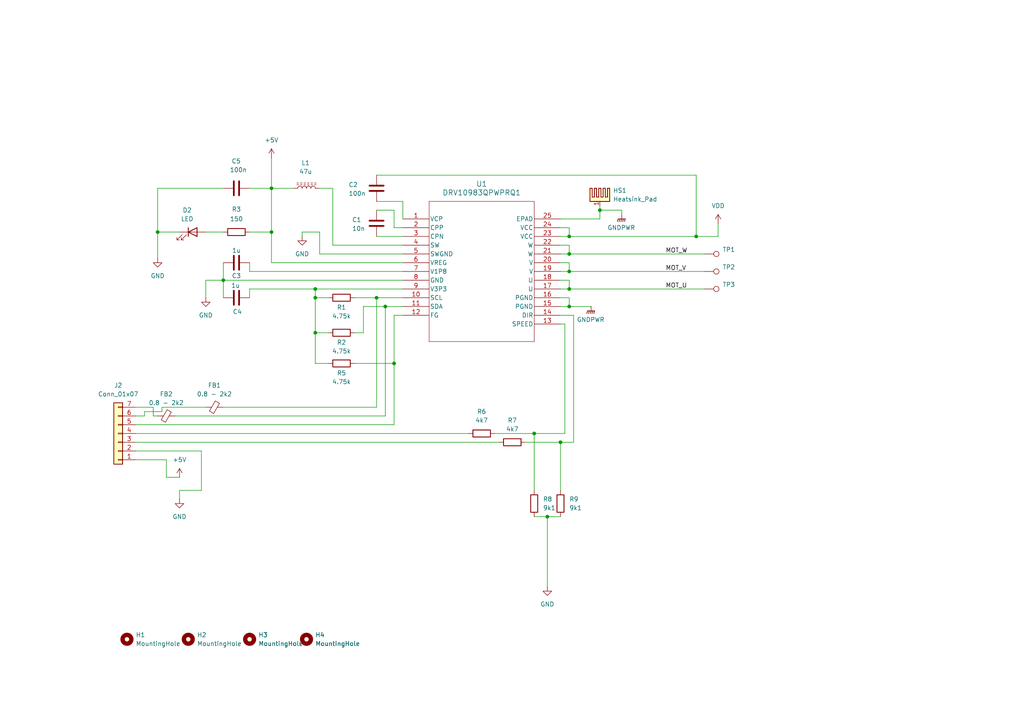
<source format=kicad_sch>
(kicad_sch (version 20231120) (generator "eeschema") (generator_version "8.0")
  (paper "A4")
  (title_block (title "Motor controller"))
  (lib_symbols
    (symbol "Connector:TestPoint" (pin_numbers hide) (pin_names (offset 0.762) hide)
      (property "Reference" "TP" (at 0 6.858 0))
      (property "Value" "TestPoint" (at 0 5.08 0))
      (symbol "TestPoint_0_1"
        (circle (center 0 3.302) (radius 0.762))
      )
      (symbol "TestPoint_1_1"
        (pin passive line (at 0 0 90) (length 2.54) (name "1") (number "1"))
      )
    )
    (symbol "Connector_Generic:Conn_01x07" (pin_names (offset 1.016) hide)
      (property "Reference" "J" (at 0 10.16 0))
      (property "Value" "Conn_01x07" (at 0 -10.16 0))
      (symbol "Conn_01x07_1_1"
        (rectangle (start -1.27 -7.493) (end 0 -7.747) (stroke (width 0.1524)))
        (rectangle (start -1.27 -4.953) (end 0 -5.207) (stroke (width 0.1524)))
        (rectangle (start -1.27 -2.413) (end 0 -2.667) (stroke (width 0.1524)))
        (rectangle (start -1.27 0.127) (end 0 -0.127) (stroke (width 0.1524)))
        (rectangle (start -1.27 2.667) (end 0 2.413) (stroke (width 0.1524)))
        (rectangle (start -1.27 5.207) (end 0 4.953) (stroke (width 0.1524)))
        (rectangle (start -1.27 7.747) (end 0 7.493) (stroke (width 0.1524)))
        (rectangle (start -1.27 8.89) (end 1.27 -8.89) (stroke (width 0.254)) (fill (type background)))
        (pin passive line (at -5.08 7.62 0) (length 3.81) (name "Pin_1") (number "1"))
        (pin passive line (at -5.08 5.08 0) (length 3.81) (name "Pin_2") (number "2"))
        (pin passive line (at -5.08 2.54 0) (length 3.81) (name "Pin_3") (number "3"))
        (pin passive line (at -5.08 0 0) (length 3.81) (name "Pin_4") (number "4"))
        (pin passive line (at -5.08 -2.54 0) (length 3.81) (name "Pin_5") (number "5"))
        (pin passive line (at -5.08 -5.08 0) (length 3.81) (name "Pin_6") (number "6"))
        (pin passive line (at -5.08 -7.62 0) (length 3.81) (name "Pin_7") (number "7"))
      )
    )
    (symbol "DRV 10893 - Q1:DRV10983QPWPRQ1" (pin_names (offset 0.254))
      (property "Reference" "U" (at 22.86 10.16 0))
      (property "Value" "DRV10983QPWPRQ1" (at 22.86 7.62 0))
      (symbol "DRV10983QPWPRQ1_0_1"
        (polyline (pts (xy 7.62 -35.56) (xy 38.1 -35.56)) (stroke (width 0.127)))
        (polyline (pts (xy 7.62 5.08) (xy 7.62 -35.56)) (stroke (width 0.127)))
        (polyline (pts (xy 38.1 -35.56) (xy 38.1 5.08)) (stroke (width 0.127)))
        (polyline (pts (xy 38.1 5.08) (xy 7.62 5.08)) (stroke (width 0.127)))
        (pin power_in line (at 0 0 0) (length 7.62) (name "VCP") (number "1"))
        (pin input line (at 0 -22.86 0) (length 7.62) (name "SCL") (number "10"))
        (pin bidirectional line (at 0 -25.4 0) (length 7.62) (name "SDA") (number "11"))
        (pin output line (at 0 -27.94 0) (length 7.62) (name "FG") (number "12"))
        (pin input line (at 45.72 -30.48 180) (length 7.62) (name "SPEED") (number "13"))
        (pin input line (at 45.72 -27.94 180) (length 7.62) (name "DIR") (number "14"))
        (pin power_in line (at 45.72 -25.4 180) (length 7.62) (name "PGND") (number "15"))
        (pin power_in line (at 45.72 -22.86 180) (length 7.62) (name "PGND") (number "16"))
        (pin output line (at 45.72 -20.32 180) (length 7.62) (name "U") (number "17"))
        (pin output line (at 45.72 -17.78 180) (length 7.62) (name "U") (number "18"))
        (pin output line (at 45.72 -15.24 180) (length 7.62) (name "V") (number "19"))
        (pin power_in line (at 0 -2.54 0) (length 7.62) (name "CPP") (number "2"))
        (pin output line (at 45.72 -12.7 180) (length 7.62) (name "V") (number "20"))
        (pin output line (at 45.72 -10.16 180) (length 7.62) (name "W") (number "21"))
        (pin output line (at 45.72 -7.62 180) (length 7.62) (name "W") (number "22"))
        (pin power_in line (at 45.72 -5.08 180) (length 7.62) (name "VCC") (number "23"))
        (pin power_in line (at 45.72 -2.54 180) (length 7.62) (name "VCC") (number "24"))
        (pin unspecified line (at 45.72 0 180) (length 7.62) (name "EPAD") (number "25"))
        (pin power_in line (at 0 -5.08 0) (length 7.62) (name "CPN") (number "3"))
        (pin output line (at 0 -7.62 0) (length 7.62) (name "SW") (number "4"))
        (pin power_in line (at 0 -10.16 0) (length 7.62) (name "SWGND") (number "5"))
        (pin power_in line (at 0 -12.7 0) (length 7.62) (name "VREG") (number "6"))
        (pin power_in line (at 0 -15.24 0) (length 7.62) (name "V1P8") (number "7"))
        (pin power_in line (at 0 -17.78 0) (length 7.62) (name "GND") (number "8"))
        (pin power_in line (at 0 -20.32 0) (length 7.62) (name "V3P3") (number "9"))
      )
    )
    (symbol "Device:C" (pin_numbers hide) (pin_names (offset 0.254))
      (property "Reference" "C" (at 0.635 2.54 0))
      (property "Value" "C" (at 0.635 -2.54 0))
      (symbol "C_0_1"
        (polyline (pts (xy -2.032 -0.762) (xy 2.032 -0.762)) (stroke (width 0.508)))
        (polyline (pts (xy -2.032 0.762) (xy 2.032 0.762)) (stroke (width 0.508)))
      )
      (symbol "C_1_1"
        (pin passive line (at 0 3.81 270) (length 2.794) (name "~") (number "1"))
        (pin passive line (at 0 -3.81 90) (length 2.794) (name "~") (number "2"))
      )
    )
    (symbol "Device:FerriteBead_Small" (pin_numbers hide) (pin_names (offset 0))
      (property "Reference" "FB" (at 1.905 1.27 0))
      (property "Value" "FerriteBead_Small" (at 1.905 -1.27 0))
      (symbol "FerriteBead_Small_0_1"
        (polyline (pts (xy 0 -1.27) (xy 0 -0.7874)))
        (polyline (pts (xy 0 0.889) (xy 0 1.2954)))
        (polyline (pts (xy -1.8288 0.2794) (xy -1.1176 1.4986) (xy 1.8288 -0.2032) (xy 1.1176 -1.4224) (xy -1.8288 0.2794)))
      )
      (symbol "FerriteBead_Small_1_1"
        (pin passive line (at 0 2.54 270) (length 1.27) (name "~") (number "1"))
        (pin passive line (at 0 -2.54 90) (length 1.27) (name "~") (number "2"))
      )
    )
    (symbol "Device:LED" (pin_numbers hide) (pin_names (offset 1.016) hide)
      (property "Reference" "D" (at 0 2.54 0))
      (property "Value" "LED" (at 0 -2.54 0))
      (symbol "LED_0_1"
        (polyline (pts (xy -1.27 -1.27) (xy -1.27 1.27)) (stroke (width 0.254)))
        (polyline (pts (xy -1.27 0) (xy 1.27 0)))
        (polyline (pts (xy 1.27 -1.27) (xy 1.27 1.27) (xy -1.27 0) (xy 1.27 -1.27)) (stroke (width 0.254)))
        (polyline (pts (xy -3.048 -0.762) (xy -4.572 -2.286) (xy -3.81 -2.286) (xy -4.572 -2.286) (xy -4.572 -1.524)))
        (polyline (pts (xy -1.778 -0.762) (xy -3.302 -2.286) (xy -2.54 -2.286) (xy -3.302 -2.286) (xy -3.302 -1.524)))
      )
      (symbol "LED_1_1"
        (pin passive line (at -3.81 0 0) (length 2.54) (name "K") (number "1"))
        (pin passive line (at 3.81 0 180) (length 2.54) (name "A") (number "2"))
      )
    )
    (symbol "Device:L_Ferrite" (pin_numbers hide) (pin_names (offset 1.016) hide)
      (property "Reference" "L" (at -1.27 0 90))
      (property "Value" "L_Ferrite" (at 2.794 0 90))
      (symbol "L_Ferrite_0_1"
        (arc (start 0 -2.54) (mid 0.6323 -1.905) (end 0 -1.27))
        (arc (start 0 -1.27) (mid 0.6323 -0.635) (end 0 0))
        (polyline (pts (xy 1.016 -2.794) (xy 1.016 -2.286)))
        (polyline (pts (xy 1.016 -1.778) (xy 1.016 -1.27)))
        (polyline (pts (xy 1.016 -0.762) (xy 1.016 -0.254)))
        (polyline (pts (xy 1.016 0.254) (xy 1.016 0.762)))
        (polyline (pts (xy 1.016 1.27) (xy 1.016 1.778)))
        (polyline (pts (xy 1.016 2.286) (xy 1.016 2.794)))
        (polyline (pts (xy 1.524 -2.286) (xy 1.524 -2.794)))
        (polyline (pts (xy 1.524 -1.27) (xy 1.524 -1.778)))
        (polyline (pts (xy 1.524 -0.254) (xy 1.524 -0.762)))
        (polyline (pts (xy 1.524 0.762) (xy 1.524 0.254)))
        (polyline (pts (xy 1.524 1.778) (xy 1.524 1.27)))
        (polyline (pts (xy 1.524 2.794) (xy 1.524 2.286)))
        (arc (start 0 0) (mid 0.6323 0.635) (end 0 1.27))
        (arc (start 0 1.27) (mid 0.6323 1.905) (end 0 2.54))
      )
      (symbol "L_Ferrite_1_1"
        (pin passive line (at 0 3.81 270) (length 1.27) (name "1") (number "1"))
        (pin passive line (at 0 -3.81 90) (length 1.27) (name "2") (number "2"))
      )
    )
    (symbol "Device:R" (pin_numbers hide) (pin_names (offset 0))
      (property "Reference" "R" (at 2.032 0 90))
      (property "Value" "R" (at 0 0 90))
      (symbol "R_0_1"
        (rectangle (start -1.016 -2.54) (end 1.016 2.54) (stroke (width 0.254)))
      )
      (symbol "R_1_1"
        (pin passive line (at 0 3.81 270) (length 1.27) (name "~") (number "1"))
        (pin passive line (at 0 -3.81 90) (length 1.27) (name "~") (number "2"))
      )
    )
    (symbol "Mechanical:Heatsink_Pad" (pin_names (offset 0)) (exclude_from_sim yes)
      (property "Reference" "HS" (at 0 5.715 0))
      (property "Value" "Heatsink_Pad" (at 0 3.81 0))
      (symbol "Heatsink_Pad_0_1"
        (polyline (pts (xy -0.3302 0) (xy -0.9652 0) (xy -0.9652 2.54) (xy -1.6002 2.54) (xy -1.6002 0) (xy -2.2352 0) (xy -2.2352 2.54) (xy -2.8702 2.54) (xy -2.8702 -1.27) (xy -0.9652 -1.27)) (stroke (width 0.254)) (fill (type background)))
        (polyline (pts (xy -0.3302 0) (xy -0.3302 2.54) (xy 0.3048 2.54) (xy 0.3048 0) (xy 0.9398 0) (xy 0.9398 2.54) (xy 1.5748 2.54) (xy 1.5748 0) (xy 2.2098 0) (xy 2.2098 2.54) (xy 2.8448 2.54) (xy 2.8448 -1.27) (xy -0.9652 -1.27)) (stroke (width 0.254)) (fill (type background)))
      )
      (symbol "Heatsink_Pad_1_1"
        (pin passive line (at 0 -2.54 90) (length 1.27) (name "~") (number "1"))
      )
    )
    (symbol "Mechanical:MountingHole" (pin_names (offset 1.016)) (exclude_from_sim yes) (in_bom no)
      (property "Reference" "H" (at 0 5.08 0))
      (property "Value" "MountingHole" (at 0 3.175 0))
      (symbol "MountingHole_0_1"
        (circle (center 0 0) (radius 1.27) (stroke (width 1.27)))
      )
    )
    (symbol "power:+5V" (power) (pin_numbers hide) (pin_names (offset 0) hide)
      (property "Value" "+5V" (at 0 3.556 0))
      (symbol "+5V_0_1"
        (polyline (pts (xy -0.762 1.27) (xy 0 2.54)))
        (polyline (pts (xy 0 0) (xy 0 2.54)))
        (polyline (pts (xy 0 2.54) (xy 0.762 1.27)))
      )
      (symbol "+5V_1_1"
        (pin power_in line (at 0 0 90) (length 0) (name "~") (number "1"))
      )
    )
    (symbol "power:GND" (power) (pin_numbers hide) (pin_names (offset 0) hide)
      (property "Value" "GND" (at 0 -3.81 0))
      (symbol "GND_0_1"
        (polyline (pts (xy 0 0) (xy 0 -1.27) (xy 1.27 -1.27) (xy 0 -2.54) (xy -1.27 -1.27) (xy 0 -1.27)))
      )
      (symbol "GND_1_1"
        (pin power_in line (at 0 0 270) (length 0) (name "~") (number "1"))
      )
    )
    (symbol "power:GNDPWR" (power) (pin_numbers hide) (pin_names (offset 0) hide)
      (property "Value" "GNDPWR" (at 0 -3.302 0))
      (symbol "GNDPWR_0_1"
        (polyline (pts (xy 0 -1.27) (xy 0 0)))
        (polyline (pts (xy -1.016 -1.27) (xy -1.27 -2.032) (xy -1.27 -2.032)) (stroke (width 0.2032)))
        (polyline (pts (xy -0.508 -1.27) (xy -0.762 -2.032) (xy -0.762 -2.032)) (stroke (width 0.2032)))
        (polyline (pts (xy 0 -1.27) (xy -0.254 -2.032) (xy -0.254 -2.032)) (stroke (width 0.2032)))
        (polyline (pts (xy 0.508 -1.27) (xy 0.254 -2.032) (xy 0.254 -2.032)) (stroke (width 0.2032)))
        (polyline (pts (xy 1.016 -1.27) (xy -1.016 -1.27) (xy -1.016 -1.27)) (stroke (width 0.2032)))
        (polyline (pts (xy 1.016 -1.27) (xy 0.762 -2.032) (xy 0.762 -2.032) (xy 0.762 -2.032)) (stroke (width 0.2032)))
      )
      (symbol "GNDPWR_1_1"
        (pin power_in line (at 0 0 270) (length 0) (name "~") (number "1"))
      )
    )
    (symbol "power:VDD" (power) (pin_numbers hide) (pin_names (offset 0) hide)
      (property "Value" "VDD" (at 0 3.556 0))
      (symbol "VDD_0_1"
        (polyline (pts (xy -0.762 1.27) (xy 0 2.54)))
        (polyline (pts (xy 0 0) (xy 0 2.54)))
        (polyline (pts (xy 0 2.54) (xy 0.762 1.27)))
      )
      (symbol "VDD_1_1"
        (pin power_in line (at 0 0 90) (length 0) (name "~") (number "1"))
      )
    )
  )
  (junction (at 154.94 125.73))
  (junction (at 78.74 54.61))
  (junction (at 165.1 83.82))
  (junction (at 64.77 81.28))
  (junction (at 165.1 68.58))
  (junction (at 173.99 60.96))
  (junction (at 45.72 67.31))
  (junction (at 162.56 128.27))
  (junction (at 109.22 86.36))
  (junction (at 91.44 96.52))
  (junction (at 91.44 83.82))
  (junction (at 165.1 88.9))
  (junction (at 201.93 68.58))
  (junction (at 91.44 86.36))
  (junction (at 165.1 78.74))
  (junction (at 165.1 73.66))
  (junction (at 111.76 88.9))
  (junction (at 158.75 149.86))
  (junction (at 114.3 105.41))
  (junction (at 78.74 67.31))
  (wire (pts (xy 109.22 86.36) (xy 109.22 118.11)))
  (wire (pts (xy 162.56 78.74) (xy 165.1 78.74)))
  (wire (pts (xy 114.3 66.04) (xy 116.84 66.04)))
  (wire (pts (xy 72.39 83.82) (xy 91.44 83.82)))
  (wire (pts (xy 102.87 96.52) (xy 105.41 96.52)))
  (wire (pts (xy 45.72 54.61) (xy 64.77 54.61)))
  (wire (pts (xy 154.94 125.73) (xy 163.83 125.73)))
  (wire (pts (xy 166.37 91.44) (xy 166.37 128.27)))
  (wire (pts (xy 59.69 118.11) (xy 46.99 118.11)))
  (wire (pts (xy 45.72 54.61) (xy 45.72 67.31)))
  (wire (pts (xy 72.39 78.74) (xy 72.39 76.2)))
  (wire (pts (xy 96.52 54.61) (xy 92.71 54.61)))
  (wire (pts (xy 162.56 66.04) (xy 165.1 66.04)))
  (wire (pts (xy 105.41 88.9) (xy 111.76 88.9)))
  (wire (pts (xy 48.26 138.43) (xy 52.07 138.43)))
  (wire (pts (xy 45.72 67.31) (xy 52.07 67.31)))
  (wire (pts (xy 64.77 76.2) (xy 64.77 81.28)))
  (wire (pts (xy 154.94 125.73) (xy 154.94 142.24)))
  (wire (pts (xy 91.44 83.82) (xy 116.84 83.82)))
  (wire (pts (xy 165.1 68.58) (xy 162.56 68.58)))
  (wire (pts (xy 208.28 64.77) (xy 208.28 68.58)))
  (wire (pts (xy 44.45 118.11) (xy 39.37 118.11)))
  (wire (pts (xy 78.74 54.61) (xy 85.09 54.61)))
  (wire (pts (xy 163.83 93.98) (xy 163.83 125.73)))
  (wire (pts (xy 162.56 71.12) (xy 165.1 71.12)))
  (wire (pts (xy 39.37 128.27) (xy 144.78 128.27)))
  (wire (pts (xy 162.56 73.66) (xy 165.1 73.66)))
  (wire (pts (xy 78.74 67.31) (xy 78.74 76.2)))
  (wire (pts (xy 116.84 86.36) (xy 109.22 86.36)))
  (wire (pts (xy 59.69 81.28) (xy 64.77 81.28)))
  (wire (pts (xy 116.84 91.44) (xy 114.3 91.44)))
  (wire (pts (xy 180.34 60.96) (xy 180.34 62.23)))
  (wire (pts (xy 162.56 81.28) (xy 165.1 81.28)))
  (wire (pts (xy 102.87 86.36) (xy 109.22 86.36)))
  (wire (pts (xy 109.22 68.58) (xy 116.84 68.58)))
  (wire (pts (xy 162.56 63.5) (xy 173.99 63.5)))
  (wire (pts (xy 59.69 67.31) (xy 64.77 67.31)))
  (wire (pts (xy 105.41 96.52) (xy 105.41 88.9)))
  (wire (pts (xy 72.39 67.31) (xy 78.74 67.31)))
  (wire (pts (xy 39.37 123.19) (xy 114.3 123.19)))
  (wire (pts (xy 44.45 120.65) (xy 44.45 118.11)))
  (wire (pts (xy 116.84 78.74) (xy 72.39 78.74)))
  (wire (pts (xy 102.87 105.41) (xy 114.3 105.41)))
  (wire (pts (xy 41.91 120.65) (xy 39.37 120.65)))
  (wire (pts (xy 165.1 86.36) (xy 165.1 88.9)))
  (wire (pts (xy 165.1 73.66) (xy 204.47 73.66)))
  (wire (pts (xy 173.99 63.5) (xy 173.99 60.96)))
  (wire (pts (xy 165.1 81.28) (xy 165.1 83.82)))
  (wire (pts (xy 165.1 76.2) (xy 165.1 78.74)))
  (wire (pts (xy 162.56 88.9) (xy 165.1 88.9)))
  (wire (pts (xy 154.94 149.86) (xy 158.75 149.86)))
  (wire (pts (xy 116.84 58.42) (xy 109.22 58.42)))
  (wire (pts (xy 96.52 71.12) (xy 116.84 71.12)))
  (wire (pts (xy 165.1 66.04) (xy 165.1 68.58)))
  (wire (pts (xy 45.72 67.31) (xy 45.72 74.93)))
  (wire (pts (xy 158.75 149.86) (xy 158.75 170.18)))
  (wire (pts (xy 162.56 76.2) (xy 165.1 76.2)))
  (wire (pts (xy 173.99 59.69) (xy 173.99 60.96)))
  (wire (pts (xy 41.91 119.38) (xy 41.91 120.65)))
  (wire (pts (xy 152.4 128.27) (xy 162.56 128.27)))
  (wire (pts (xy 87.63 67.31) (xy 87.63 68.58)))
  (wire (pts (xy 116.84 63.5) (xy 116.84 58.42)))
  (wire (pts (xy 78.74 54.61) (xy 78.74 67.31)))
  (wire (pts (xy 91.44 105.41) (xy 91.44 96.52)))
  (wire (pts (xy 162.56 149.86) (xy 158.75 149.86)))
  (wire (pts (xy 116.84 76.2) (xy 78.74 76.2)))
  (wire (pts (xy 39.37 130.81) (xy 58.42 130.81)))
  (wire (pts (xy 59.69 81.28) (xy 59.69 86.36)))
  (wire (pts (xy 162.56 128.27) (xy 166.37 128.27)))
  (wire (pts (xy 96.52 54.61) (xy 96.52 71.12)))
  (wire (pts (xy 52.07 144.78) (xy 52.07 142.24)))
  (wire (pts (xy 52.07 142.24) (xy 58.42 142.24)))
  (wire (pts (xy 114.3 60.96) (xy 109.22 60.96)))
  (wire (pts (xy 165.1 68.58) (xy 201.93 68.58)))
  (wire (pts (xy 92.71 73.66) (xy 92.71 67.31)))
  (wire (pts (xy 58.42 142.24) (xy 58.42 130.81)))
  (wire (pts (xy 143.51 125.73) (xy 154.94 125.73)))
  (wire (pts (xy 165.1 88.9) (xy 171.45 88.9)))
  (wire (pts (xy 114.3 91.44) (xy 114.3 105.41)))
  (wire (pts (xy 162.56 86.36) (xy 165.1 86.36)))
  (wire (pts (xy 91.44 86.36) (xy 91.44 96.52)))
  (wire (pts (xy 114.3 60.96) (xy 114.3 66.04)))
  (wire (pts (xy 162.56 128.27) (xy 162.56 142.24)))
  (wire (pts (xy 46.99 118.11) (xy 46.99 119.38)))
  (wire (pts (xy 111.76 88.9) (xy 116.84 88.9)))
  (wire (pts (xy 64.77 81.28) (xy 64.77 86.36)))
  (wire (pts (xy 165.1 83.82) (xy 204.47 83.82)))
  (wire (pts (xy 39.37 133.35) (xy 48.26 133.35)))
  (wire (pts (xy 201.93 50.8) (xy 201.93 68.58)))
  (wire (pts (xy 91.44 96.52) (xy 95.25 96.52)))
  (wire (pts (xy 39.37 125.73) (xy 135.89 125.73)))
  (wire (pts (xy 91.44 83.82) (xy 91.44 86.36)))
  (wire (pts (xy 50.8 120.65) (xy 111.76 120.65)))
  (wire (pts (xy 95.25 105.41) (xy 91.44 105.41)))
  (wire (pts (xy 208.28 68.58) (xy 201.93 68.58)))
  (wire (pts (xy 165.1 71.12) (xy 165.1 73.66)))
  (wire (pts (xy 91.44 86.36) (xy 95.25 86.36)))
  (wire (pts (xy 116.84 81.28) (xy 64.77 81.28)))
  (wire (pts (xy 45.72 120.65) (xy 44.45 120.65)))
  (wire (pts (xy 114.3 105.41) (xy 114.3 123.19)))
  (wire (pts (xy 92.71 67.31) (xy 87.63 67.31)))
  (wire (pts (xy 78.74 45.72) (xy 78.74 54.61)))
  (wire (pts (xy 166.37 91.44) (xy 162.56 91.44)))
  (wire (pts (xy 46.99 119.38) (xy 41.91 119.38)))
  (wire (pts (xy 48.26 133.35) (xy 48.26 138.43)))
  (wire (pts (xy 165.1 78.74) (xy 204.47 78.74)))
  (wire (pts (xy 162.56 83.82) (xy 165.1 83.82)))
  (wire (pts (xy 72.39 83.82) (xy 72.39 86.36)))
  (wire (pts (xy 180.34 60.96) (xy 173.99 60.96)))
  (wire (pts (xy 111.76 120.65) (xy 111.76 88.9)))
  (wire (pts (xy 64.77 118.11) (xy 109.22 118.11)))
  (wire (pts (xy 72.39 54.61) (xy 78.74 54.61)))
  (wire (pts (xy 109.22 50.8) (xy 201.93 50.8)))
  (wire (pts (xy 92.71 73.66) (xy 116.84 73.66)))
  (wire (pts (xy 162.56 93.98) (xy 163.83 93.98)))
  (label "MOT_V" (at 193.04 78.74 0))
  (label "MOT_U" (at 193.04 83.82 0))
  (label "MOT_W" (at 193.04 73.66 0))
  (symbol (lib_id "Mechanical:MountingHole") (at 54.61 185.42 0) (unit 1) (exclude_from_sim yes) (in_bom no)
    (property "Reference" "H2" (at 57.15 184.1499 0) (effects (justify left)))
    (property "Value" "MountingHole" (at 57.15 186.6899 0) (effects (justify left)))
    (property "Footprint" "MountingHole:MountingHole_2.7mm_Pad" (effects (hide yes)))
    (property "Description" "Mounting Hole without connection" (effects (hide yes)))
  )
  (symbol (lib_id "Connector:TestPoint") (at 204.47 78.74 270) (unit 1)
    (property "Reference" "TP2" (at 209.55 77.4699 90) (effects (justify left)))
    (property "Value" "TestPoint" (effects (hide yes)))
    (property "Footprint" "TestPoint:TestPoint_Pad_3.0x3.0mm" (effects (hide yes)))
    (property "Description" "test point" (effects (hide yes)))
  )
  (symbol (lib_id "Device:C") (at 68.58 86.36 90) (unit 1)
    (property "Reference" "C4" (at 68.834 90.424 90))
    (property "Value" "1u" (at 68.326 82.804 90))
    (property "Footprint" "Capacitor_SMD:C_0603_1608Metric" (effects (hide yes)))
    (property "Description" "Unpolarized capacitor" (effects (hide yes)))
  )
  (symbol (lib_id "Device:L_Ferrite") (at 88.9 54.61 90) (unit 1)
    (property "Reference" "L1" (at 88.646 47.244 90))
    (property "Value" "47u" (at 88.646 49.784 90))
    (property "Footprint" "VLS6045EX-470M:IND_VLS6045EX-470M" (effects (hide yes)))
    (property "Description" "Inductor with ferrite core" (effects (hide yes)))
  )
  (symbol (lib_id "Device:R") (at 139.7 125.73 90) (unit 1)
    (property "Reference" "R6" (at 139.7 119.38 90))
    (property "Value" "4k7" (at 139.7 121.92 90))
    (property "Footprint" "Resistor_SMD:R_0603_1608Metric" (effects (hide yes)))
    (property "Description" "Resistor" (effects (hide yes)))
  )
  (symbol (lib_id "Device:FerriteBead_Small") (at 48.26 120.65 90) (unit 1)
    (property "Reference" "FB2" (at 48.2219 114.3 90))
    (property "Value" "0.8 - 2k2" (at 48.2219 116.84 90))
    (property "Footprint" "Inductor_SMD:L_0603_1608Metric" (effects (hide yes)))
    (property "Description" "Ferrite bead, small symbol" (effects (hide yes)))
  )
  (symbol (lib_id "Device:R") (at 148.59 128.27 90) (unit 1)
    (property "Reference" "R7" (at 148.59 121.92 90))
    (property "Value" "4k7" (at 148.59 124.46 90))
    (property "Footprint" "Resistor_SMD:R_0603_1608Metric" (effects (hide yes)))
    (property "Description" "Resistor" (effects (hide yes)))
  )
  (symbol (lib_id "Device:LED") (at 55.88 67.31 0) (unit 1)
    (property "Reference" "D2" (at 54.2925 60.96 0))
    (property "Value" "LED" (at 54.2925 63.5 0))
    (property "Footprint" "LED_SMD:LED_0603_1608Metric" (effects (hide yes)))
    (property "Description" "Light emitting diode" (effects (hide yes)))
  )
  (symbol (lib_id "Mechanical:MountingHole") (at 72.39 185.42 0) (unit 1) (exclude_from_sim yes) (in_bom no)
    (property "Reference" "H3" (at 74.93 184.1499 0) (effects (justify left)))
    (property "Value" "MountingHole" (at 74.93 186.6899 0) (effects (justify left)))
    (property "Footprint" "MountingHole:MountingHole_2.7mm_Pad" (effects (hide yes)))
    (property "Description" "Mounting Hole without connection" (effects (hide yes)))
  )
  (symbol (lib_id "Device:R") (at 99.06 86.36 90) (unit 1)
    (property "Reference" "R1" (at 99.06 89.154 90))
    (property "Value" "4.75k" (at 99.06 91.694 90))
    (property "Footprint" "Resistor_SMD:R_0603_1608Metric" (effects (hide yes)))
    (property "Description" "Resistor" (effects (hide yes)))
  )
  (symbol (lib_id "Device:R") (at 68.58 67.31 90) (unit 1)
    (property "Reference" "R3" (at 68.58 60.706 90))
    (property "Value" "150" (at 68.58 63.5 90))
    (property "Footprint" "Resistor_SMD:R_0603_1608Metric" (effects (hide yes)))
    (property "Description" "Resistor" (effects (hide yes)))
  )
  (symbol (lib_id "power:GND") (at 52.07 144.78 0) (unit 1)
    (property "Reference" "#PWR06" (effects (hide yes)))
    (property "Value" "GND" (at 52.07 149.86 0))
    (property "Description" "Power symbol creates a global label with name \"GND\" , ground" (effects (hide yes)))
  )
  (symbol (lib_id "power:GNDPWR") (at 180.34 62.23 0) (unit 1)
    (property "Reference" "#PWR010" (effects (hide yes)))
    (property "Value" "GNDPWR" (at 180.213 66.04 0))
    (property "Description" "Power symbol creates a global label with name \"GNDPWR\" , global ground" (effects (hide yes)))
  )
  (symbol (lib_id "Device:R") (at 162.56 146.05 180) (unit 1)
    (property "Reference" "R9" (at 165.1 144.7799 0) (effects (justify right)))
    (property "Value" "9k1" (at 165.1 147.3199 0) (effects (justify right)))
    (property "Footprint" "Resistor_SMD:R_0603_1608Metric" (effects (hide yes)))
    (property "Description" "Resistor" (effects (hide yes)))
  )
  (symbol (lib_id "Mechanical:Heatsink_Pad") (at 173.99 57.15 0) (unit 1) (exclude_from_sim yes)
    (property "Reference" "HS1" (at 177.8 55.2449 0) (effects (justify left)))
    (property "Value" "Heatsink_Pad" (at 177.8 57.7849 0) (effects (justify left)))
    (property "Footprint" "TestPoint:TestPoint_Pad_4.0x4.0mm" (effects (hide yes)))
    (property "Description" "Heatsink with electrical connection, 1 pin" (effects (hide yes)))
  )
  (symbol (lib_id "Device:C") (at 68.58 76.2 90) (unit 1)
    (property "Reference" "C3" (at 68.58 80.01 90))
    (property "Value" "1u" (at 68.58 72.644 90))
    (property "Footprint" "Capacitor_SMD:C_0603_1608Metric" (effects (hide yes)))
    (property "Description" "Unpolarized capacitor" (effects (hide yes)))
  )
  (symbol (lib_id "Device:R") (at 99.06 96.52 90) (unit 1)
    (property "Reference" "R2" (at 99.06 99.314 90))
    (property "Value" "4.75k" (at 99.06 101.854 90))
    (property "Footprint" "Resistor_SMD:R_0603_1608Metric" (effects (hide yes)))
    (property "Description" "Resistor" (effects (hide yes)))
  )
  (symbol (lib_id "Device:R") (at 99.06 105.41 90) (unit 1)
    (property "Reference" "R5" (at 99.06 108.204 90))
    (property "Value" "4.75k" (at 99.06 110.744 90))
    (property "Footprint" "Resistor_SMD:R_0603_1608Metric" (effects (hide yes)))
    (property "Description" "Resistor" (effects (hide yes)))
  )
  (symbol (lib_id "Mechanical:MountingHole") (at 36.83 185.42 0) (unit 1) (exclude_from_sim yes) (in_bom no)
    (property "Reference" "H1" (at 39.37 184.1499 0) (effects (justify left)))
    (property "Value" "MountingHole" (at 39.37 186.6899 0) (effects (justify left)))
    (property "Footprint" "MountingHole:MountingHole_2.7mm_Pad" (effects (hide yes)))
    (property "Description" "Mounting Hole without connection" (effects (hide yes)))
  )
  (symbol (lib_id "power:VDD") (at 208.28 64.77 0) (unit 1)
    (property "Reference" "#PWR013" (effects (hide yes)))
    (property "Value" "VDD" (at 208.28 59.69 0))
    (property "Description" "Power symbol creates a global label with name \"VDD\"" (effects (hide yes)))
  )
  (symbol (lib_id "DRV 10893 - Q1:DRV10983QPWPRQ1") (at 116.84 63.5 0) (unit 1)
    (property "Reference" "U1" (at 139.7 53.34 0) (effects (font (size 1.524 1.524))))
    (property "Value" "DRV10983QPWPRQ1" (at 139.7 55.88 0) (effects (font (size 1.524 1.524))))
    (property "Footprint" "DRV 10893 - Q1:PWP24_2P4X5P16_TEX" (effects (hide yes)))
    (property "Datasheet" "DRV10983QPWPRQ1" (effects (hide yes)))
  )
  (symbol (lib_id "Device:C") (at 109.22 64.77 0) (unit 1)
    (property "Reference" "C1" (at 102.108 63.754 0) (effects (justify left)))
    (property "Value" "10n" (at 102.108 66.294 0) (effects (justify left)))
    (property "Footprint" "Capacitor_SMD:C_0603_1608Metric" (effects (hide yes)))
    (property "Description" "Unpolarized capacitor" (effects (hide yes)))
  )
  (symbol (lib_id "Device:C") (at 109.22 54.61 0) (unit 1)
    (property "Reference" "C2" (at 101.092 53.594 0) (effects (justify left)))
    (property "Value" "100n" (at 101.092 56.134 0) (effects (justify left)))
    (property "Footprint" "Capacitor_SMD:C_0603_1608Metric" (effects (hide yes)))
    (property "Description" "Unpolarized capacitor" (effects (hide yes)))
  )
  (symbol (lib_id "power:GNDPWR") (at 171.45 88.9 0) (unit 1)
    (property "Reference" "#PWR01" (effects (hide yes)))
    (property "Value" "GNDPWR" (at 171.323 92.71 0))
    (property "Description" "Power symbol creates a global label with name \"GNDPWR\" , global ground" (effects (hide yes)))
  )
  (symbol (lib_id "Device:C") (at 68.58 54.61 90) (unit 1)
    (property "Reference" "C5" (at 69.85 46.736 90) (effects (justify left)))
    (property "Value" "100n" (at 71.628 49.276 90) (effects (justify left)))
    (property "Footprint" "Capacitor_SMD:C_0603_1608Metric" (effects (hide yes)))
    (property "Description" "Unpolarized capacitor" (effects (hide yes)))
  )
  (symbol (lib_id "power:GND") (at 158.75 170.18 0) (unit 1)
    (property "Reference" "#PWR03" (effects (hide yes)))
    (property "Value" "GND" (at 158.75 175.26 0))
    (property "Description" "Power symbol creates a global label with name \"GND\" , ground" (effects (hide yes)))
  )
  (symbol (lib_id "Connector:TestPoint") (at 204.47 83.82 270) (unit 1)
    (property "Reference" "TP3" (at 209.55 82.5499 90) (effects (justify left)))
    (property "Value" "TestPoint" (effects (hide yes)))
    (property "Footprint" "TestPoint:TestPoint_Pad_3.0x3.0mm" (effects (hide yes)))
    (property "Description" "test point" (effects (hide yes)))
  )
  (symbol (lib_id "power:+5V") (at 78.74 45.72 0) (unit 1)
    (property "Reference" "#PWR011" (effects (hide yes)))
    (property "Value" "+5V" (at 78.74 40.64 0))
    (property "Description" "Power symbol creates a global label with name \"+5V\"" (effects (hide yes)))
  )
  (symbol (lib_id "Mechanical:MountingHole") (at 88.9 185.42 0) (unit 1) (exclude_from_sim yes) (in_bom no)
    (property "Reference" "H4" (at 91.44 184.1499 0) (effects (justify left)))
    (property "Value" "MountingHole" (at 91.44 186.6899 0) (effects (justify left)))
    (property "Footprint" "MountingHole:MountingHole_2.7mm_Pad" (effects (hide yes)))
    (property "Description" "Mounting Hole without connection" (effects (hide yes)))
  )
  (symbol (lib_id "Device:FerriteBead_Small") (at 62.23 118.11 90) (unit 1)
    (property "Reference" "FB1" (at 62.1919 111.76 90))
    (property "Value" "0.8 - 2k2" (at 62.1919 114.3 90))
    (property "Footprint" "Inductor_SMD:L_0603_1608Metric" (effects (hide yes)))
    (property "Description" "Ferrite bead, small symbol" (effects (hide yes)))
  )
  (symbol (lib_id "Connector_Generic:Conn_01x07") (at 34.29 125.73 180) (unit 1)
    (property "Reference" "J2" (at 34.29 111.76 0))
    (property "Value" "Conn_01x07" (at 34.29 114.3 0))
    (property "Footprint" "Connector_JST:JST_PH_S7B-PH-K_1x07_P2.00mm_Horizontal" (effects (hide yes)))
    (property "Description" "Generic connector, single row, 01x07, script generated (kicad-library-utils/schlib/autogen/connector/)" (effects (hide yes)))
  )
  (symbol (lib_id "power:GND") (at 59.69 86.36 0) (unit 1)
    (property "Reference" "#PWR02" (effects (hide yes)))
    (property "Value" "GND" (at 59.69 91.44 0))
    (property "Description" "Power symbol creates a global label with name \"GND\" , ground" (effects (hide yes)))
  )
  (symbol (lib_id "Connector:TestPoint") (at 204.47 73.66 270) (unit 1)
    (property "Reference" "TP1" (at 209.55 72.3899 90) (effects (justify left)))
    (property "Value" "TestPoint" (effects (hide yes)))
    (property "Footprint" "TestPoint:TestPoint_Pad_3.0x3.0mm" (effects (hide yes)))
    (property "Description" "test point" (effects (hide yes)))
  )
  (symbol (lib_id "power:GND") (at 45.72 74.93 0) (unit 1)
    (property "Reference" "#PWR04" (effects (hide yes)))
    (property "Value" "GND" (at 45.72 80.01 0))
    (property "Description" "Power symbol creates a global label with name \"GND\" , ground" (effects (hide yes)))
  )
  (symbol (lib_id "Device:R") (at 154.94 146.05 180) (unit 1)
    (property "Reference" "R8" (at 157.48 144.7799 0) (effects (justify right)))
    (property "Value" "9k1" (at 157.48 147.3199 0) (effects (justify right)))
    (property "Footprint" "Resistor_SMD:R_0603_1608Metric" (effects (hide yes)))
    (property "Description" "Resistor" (effects (hide yes)))
  )
  (symbol (lib_id "power:+5V") (at 52.07 138.43 0) (unit 1)
    (property "Reference" "#PWR012" (effects (hide yes)))
    (property "Value" "+5V" (at 52.07 133.35 0))
    (property "Description" "Power symbol creates a global label with name \"+5V\"" (effects (hide yes)))
  )
  (symbol (lib_id "power:GND") (at 87.63 68.58 0) (unit 1)
    (property "Reference" "#PWR05" (effects (hide yes)))
    (property "Value" "GND" (at 87.63 73.66 0))
    (property "Description" "Power symbol creates a global label with name \"GND\" , ground" (effects (hide yes)))
  )
)
</source>
